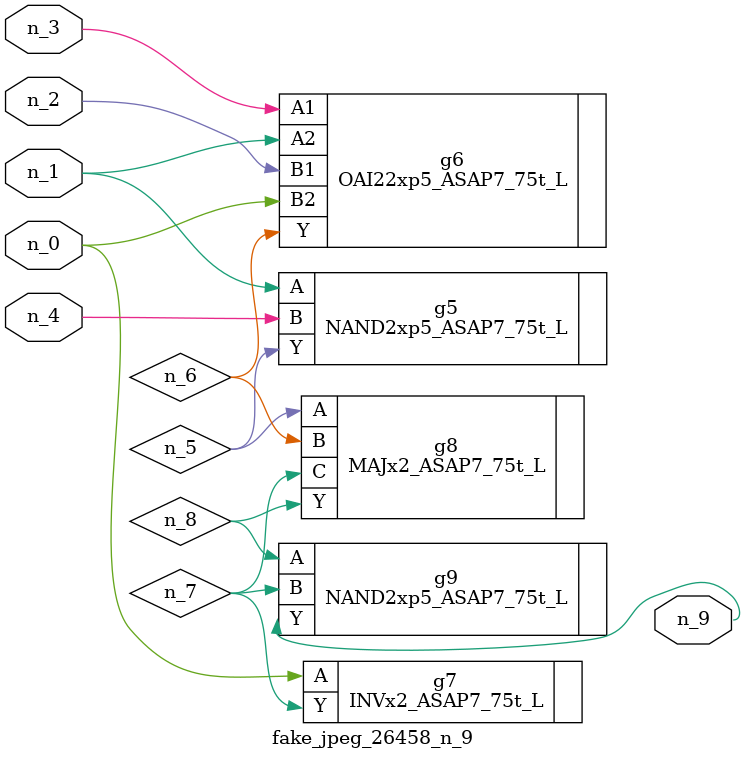
<source format=v>
module fake_jpeg_26458_n_9 (n_3, n_2, n_1, n_0, n_4, n_9);

input n_3;
input n_2;
input n_1;
input n_0;
input n_4;

output n_9;

wire n_8;
wire n_6;
wire n_5;
wire n_7;

NAND2xp5_ASAP7_75t_L g5 ( 
.A(n_1),
.B(n_4),
.Y(n_5)
);

OAI22xp5_ASAP7_75t_L g6 ( 
.A1(n_3),
.A2(n_1),
.B1(n_2),
.B2(n_0),
.Y(n_6)
);

INVx2_ASAP7_75t_L g7 ( 
.A(n_0),
.Y(n_7)
);

MAJx2_ASAP7_75t_L g8 ( 
.A(n_5),
.B(n_6),
.C(n_7),
.Y(n_8)
);

NAND2xp5_ASAP7_75t_L g9 ( 
.A(n_8),
.B(n_7),
.Y(n_9)
);


endmodule
</source>
